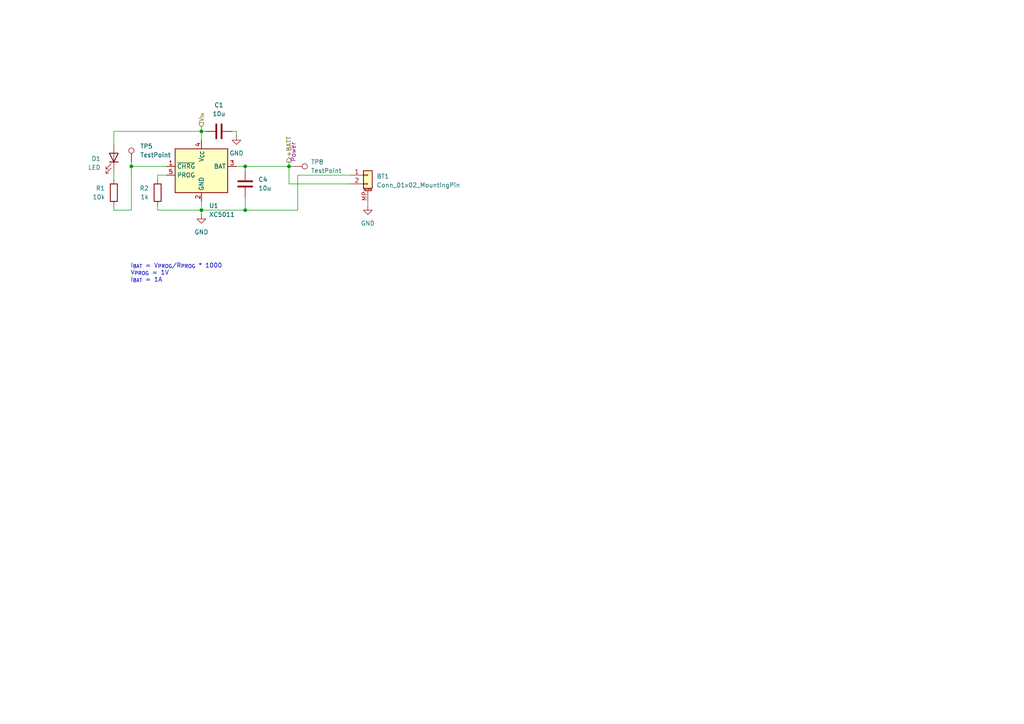
<source format=kicad_sch>
(kicad_sch (version 20240101) (generator "eeschema") (generator_version "8.99")
  (paper "A4")
  (lib_symbols
    (symbol "Battery_Management:LTC4054ES5-4.2"
      (property "Reference" "U" (at -5.842 6.604 0))
      (property "Value" "LTC4054ES5-4.2" (at 1.524 6.604 0))
      (symbol "LTC4054ES5-4.2_0_1"
        (rectangle (start -7.62 5.08) (end 7.62 -7.62) (stroke (width 0.254)) (fill (type background)))
      )
      (symbol "LTC4054ES5-4.2_1_1"
        (pin open_collector line (at -10.16 0 0) (length 2.54) (name "~{CHRG}") (number "1"))
        (pin power_in line (at 0 -10.16 90) (length 2.54) (name "GND") (number "2"))
        (pin power_out line (at 10.16 0 180) (length 2.54) (name "BAT") (number "3"))
        (pin power_in line (at 0 7.62 270) (length 2.54) (name "V_{CC}") (number "4"))
        (pin bidirectional line (at -10.16 -2.54 0) (length 2.54) (name "PROG") (number "5"))
      )
    )
    (symbol "Connector:TestPoint" (pin_numbers hide) (pin_names (offset 0.762) hide)
      (property "Reference" "TP" (at 0 6.858 0))
      (property "Value" "TestPoint" (at 0 5.08 0))
      (symbol "TestPoint_0_1"
        (circle (center 0 3.302) (radius 0.762))
      )
      (symbol "TestPoint_1_1"
        (pin passive line (at 0 0 90) (length 2.54) (name "1") (number "1"))
      )
    )
    (symbol "Connector_Generic_MountingPin:Conn_01x02_MountingPin" (pin_names (offset 1.016) hide)
      (property "Reference" "J" (at 0 2.54 0))
      (property "Value" "Conn_01x02_MountingPin" (at 1.27 -5.08 0))
      (symbol "Conn_01x02_MountingPin_1_1"
        (rectangle (start -1.27 -2.413) (end 0 -2.667) (stroke (width 0.1524)))
        (rectangle (start -1.27 0.127) (end 0 -0.127) (stroke (width 0.1524)))
        (rectangle (start -1.27 1.27) (end 1.27 -3.81) (stroke (width 0.254)) (fill (type background)))
        (polyline (pts (xy -1.016 -4.572) (xy 1.016 -4.572)) (stroke (width 0.1524)))
        (text "Mounting" (at 0 -4.191 0) (effects (font (size 0.381 0.381))))
        (pin passive line (at -5.08 0 0) (length 3.81) (name "Pin_1") (number "1"))
        (pin passive line (at -5.08 -2.54 0) (length 3.81) (name "Pin_2") (number "2"))
        (pin passive line (at 0 -7.62 90) (length 3.048) (name "MountPin") (number "MP"))
      )
    )
    (symbol "Device:C" (pin_numbers hide) (pin_names (offset 0.254))
      (property "Reference" "C" (at 0.635 2.54 0))
      (property "Value" "C" (at 0.635 -2.54 0))
      (symbol "C_0_1"
        (polyline (pts (xy -2.032 -0.762) (xy 2.032 -0.762)) (stroke (width 0.508)))
        (polyline (pts (xy -2.032 0.762) (xy 2.032 0.762)) (stroke (width 0.508)))
      )
      (symbol "C_1_1"
        (pin passive line (at 0 3.81 270) (length 2.794) (name "~") (number "1"))
        (pin passive line (at 0 -3.81 90) (length 2.794) (name "~") (number "2"))
      )
    )
    (symbol "Device:LED" (pin_numbers hide) (pin_names (offset 1.016) hide)
      (property "Reference" "D" (at 0 2.54 0))
      (property "Value" "LED" (at 0 -2.54 0))
      (symbol "LED_0_1"
        (polyline (pts (xy -1.27 -1.27) (xy -1.27 1.27)) (stroke (width 0.254)))
        (polyline (pts (xy -1.27 0) (xy 1.27 0)))
        (polyline (pts (xy 1.27 -1.27) (xy 1.27 1.27) (xy -1.27 0) (xy 1.27 -1.27)) (stroke (width 0.254)))
        (polyline (pts (xy -3.048 -0.762) (xy -4.572 -2.286) (xy -3.81 -2.286) (xy -4.572 -2.286) (xy -4.572 -1.524)))
        (polyline (pts (xy -1.778 -0.762) (xy -3.302 -2.286) (xy -2.54 -2.286) (xy -3.302 -2.286) (xy -3.302 -1.524)))
      )
      (symbol "LED_1_1"
        (pin passive line (at -3.81 0 0) (length 2.54) (name "K") (number "1"))
        (pin passive line (at 3.81 0 180) (length 2.54) (name "A") (number "2"))
      )
    )
    (symbol "Device:R" (pin_numbers hide) (pin_names (offset 0))
      (property "Reference" "R" (at 2.032 0 90))
      (property "Value" "R" (at 0 0 90))
      (symbol "R_0_1"
        (rectangle (start -1.016 -2.54) (end 1.016 2.54) (stroke (width 0.254)))
      )
      (symbol "R_1_1"
        (pin passive line (at 0 3.81 270) (length 1.27) (name "~") (number "1"))
        (pin passive line (at 0 -3.81 90) (length 1.27) (name "~") (number "2"))
      )
    )
    (symbol "power:GND" (power) (pin_numbers hide) (pin_names (offset 0) hide)
      (property "Value" "GND" (at 0 -3.81 0))
      (symbol "GND_0_1"
        (polyline (pts (xy 0 0) (xy 0 -1.27) (xy 1.27 -1.27) (xy 0 -2.54) (xy -1.27 -1.27) (xy 0 -1.27)))
      )
      (symbol "GND_1_1"
        (pin power_in line (at 0 0 270) (length 0) (name "~") (number "1"))
      )
    )
  )
  (junction (at 58.42 60.96))
  (junction (at 71.12 60.96))
  (junction (at 38.1 48.26))
  (junction (at 58.42 38.1))
  (junction (at 71.12 48.26))
  (junction (at 83.82 48.26))
  (wire (pts (xy 71.12 60.96) (xy 58.42 60.96)))
  (wire (pts (xy 68.58 38.1) (xy 68.58 39.37)))
  (wire (pts (xy 86.36 50.8) (xy 86.36 60.96)))
  (wire (pts (xy 45.72 50.8) (xy 45.72 52.07)))
  (wire (pts (xy 38.1 48.26) (xy 48.26 48.26)))
  (wire (pts (xy 58.42 60.96) (xy 58.42 62.23)))
  (wire (pts (xy 58.42 58.42) (xy 58.42 60.96)))
  (wire (pts (xy 33.02 59.69) (xy 33.02 60.96)))
  (wire (pts (xy 33.02 49.53) (xy 33.02 52.07)))
  (wire (pts (xy 45.72 60.96) (xy 45.72 59.69)))
  (wire (pts (xy 86.36 50.8) (xy 101.6 50.8)))
  (wire (pts (xy 38.1 46.99) (xy 38.1 48.26)))
  (wire (pts (xy 67.31 38.1) (xy 68.58 38.1)))
  (wire (pts (xy 71.12 57.15) (xy 71.12 60.96)))
  (wire (pts (xy 58.42 40.64) (xy 58.42 38.1)))
  (wire (pts (xy 58.42 36.83) (xy 58.42 38.1)))
  (wire (pts (xy 71.12 48.26) (xy 83.82 48.26)))
  (wire (pts (xy 83.82 48.26) (xy 83.82 53.34)))
  (wire (pts (xy 38.1 60.96) (xy 38.1 48.26)))
  (wire (pts (xy 58.42 38.1) (xy 33.02 38.1)))
  (wire (pts (xy 33.02 60.96) (xy 38.1 60.96)))
  (wire (pts (xy 48.26 50.8) (xy 45.72 50.8)))
  (wire (pts (xy 71.12 60.96) (xy 86.36 60.96)))
  (wire (pts (xy 101.6 53.34) (xy 83.82 53.34)))
  (wire (pts (xy 58.42 38.1) (xy 59.69 38.1)))
  (wire (pts (xy 83.82 48.26) (xy 85.09 48.26)))
  (wire (pts (xy 58.42 60.96) (xy 45.72 60.96)))
  (wire (pts (xy 68.58 48.26) (xy 71.12 48.26)))
  (wire (pts (xy 106.68 58.42) (xy 106.68 59.69)))
  (wire (pts (xy 83.82 46.99) (xy 83.82 48.26)))
  (wire (pts (xy 33.02 38.1) (xy 33.02 41.91)))
  (wire (pts (xy 71.12 48.26) (xy 71.12 49.53)))
  (text "I_{BAT} = V_{PROG}/R_{PROG} * 1000\nV_{PROG} = 1V\nI_{BAT} = 1A" (at 37.846 76.454 0) (effects (font (size 1.27 1.27)) (justify left top)))
  (hierarchical_label "V_{in}" (shape input) (at 58.42 36.83 90))
  (hierarchical_label "+BATT" (shape output) (at 83.82 46.99 90) (property "Netclass" "Power" (at 85.09 46.99 90) (effects (font (italic yes)) (justify left))))
  (symbol (lib_id "Device:LED") (at 33.02 45.72 270) (mirror x) (unit 1)
    (property "Reference" "D1" (at 29.21 46.0375 90) (effects (justify right)))
    (property "Value" "LED" (at 29.21 48.5775 90) (effects (justify right)))
    (property "Footprint" "LED_SMD:LED_0603_1608Metric" (effects (hide yes)))
    (property "Description" "Light emitting diode" (effects (hide yes)))
    (property "LCSC Part" "C2286" (effects (hide yes)))
  )
  (symbol (lib_id "Connector:TestPoint") (at 85.09 48.26 270) (unit 1) (in_bom no)
    (property "Reference" "TP8" (at 90.17 46.9899 90) (effects (justify left)))
    (property "Value" "TestPoint" (at 90.17 49.5299 90) (effects (justify left)))
    (property "Footprint" "TestPoint:TestPoint_Pad_D1.0mm" (effects (hide yes)))
    (property "Description" "test point" (effects (hide yes)))
    (instances (project "geheimbadge-controller" (path "" (reference "TP8") (unit 1)) (path "" (reference "TP5") (unit 1))))
  )
  (symbol (lib_id "Battery_Management:LTC4054ES5-4.2") (at 58.42 48.26 0) (unit 1)
    (property "Reference" "U1" (at 60.6141 59.69 0) (effects (justify left)))
    (property "Value" "XC5011" (at 60.6141 62.23 0) (effects (justify left)))
    (property "Footprint" "Package_TO_SOT_SMD:TSOT-23-5" (effects (hide yes)))
    (property "Datasheet" "https://www.analog.com/media/en/technical-documentation/data-sheets/405442xf.pdf" (effects (hide yes)))
    (property "Description" "Constant-current/constant-voltage linear charger for single cell lithium-ion batteries with 2.9V Trickle Charge, 4.5V to 6.5V VDD, -40 to +85 degree Celsius, TSOT-23-5" (effects (hide yes)))
    (property "LCSC Part" "C669360" (effects (hide yes)))
    (instances (project "geheimbadge-controller" (path "" (reference "U1") (unit 1)) (path "" (reference "U2") (unit 1))))
  )
  (symbol (lib_id "power:GND") (at 58.42 62.23 0) (unit 1)
    (property "Reference" "#PWR07" (effects (hide yes)))
    (property "Value" "GND" (at 58.42 67.31 0))
    (property "Description" "Power symbol creates a global label with name \"GND\" , ground" (effects (hide yes)))
  )
  (symbol (lib_id "power:GND") (at 68.58 39.37 0) (unit 1)
    (property "Reference" "#PWR09" (effects (hide yes)))
    (property "Value" "GND" (at 68.58 44.45 0))
    (property "Description" "Power symbol creates a global label with name \"GND\" , ground" (effects (hide yes)))
  )
  (symbol (lib_id "Device:R") (at 33.02 55.88 0) (mirror x) (unit 1)
    (property "Reference" "R1" (at 30.48 54.6099 0) (effects (justify right)))
    (property "Value" "10k" (at 30.48 57.1499 0) (effects (justify right)))
    (property "Footprint" "Resistor_SMD:R_0603_1608Metric" (effects (hide yes)))
    (property "Description" "Resistor" (effects (hide yes)))
    (property "LCSC Part" "C25804" (effects (hide yes)))
    (instances (project "geheimbadge-controller" (path "" (reference "R1") (unit 1)) (path "" (reference "R12") (unit 1))))
  )
  (symbol (lib_id "Connector:TestPoint") (at 38.1 46.99 0) (unit 1) (in_bom no)
    (property "Reference" "TP5" (at 40.64 42.4179 0) (effects (justify left)))
    (property "Value" "TestPoint" (at 40.64 44.9579 0) (effects (justify left)))
    (property "Footprint" "TestPoint:TestPoint_Pad_D1.0mm" (effects (hide yes)))
    (property "Description" "test point" (effects (hide yes)))
    (instances (project "geheimbadge-controller" (path "" (reference "TP5") (unit 1)) (path "" (reference "TP6") (unit 1))))
  )
  (symbol (lib_id "Connector_Generic_MountingPin:Conn_01x02_MountingPin") (at 106.68 50.8 0) (unit 1)
    (property "Reference" "BT1" (at 109.22 51.1555 0) (effects (justify left)))
    (property "Value" "Conn_01x02_MountingPin" (at 109.22 53.6955 0) (effects (justify left)))
    (property "Footprint" "Connector_JST:JST_PH_S2B-PH-SM4-TB_1x02-1MP_P2.00mm_Horizontal" (effects (hide yes)))
    (property "Description" "Generic connectable mounting pin connector, single row, 01x02, script generated (kicad-library-utils/schlib/autogen/connector/)" (effects (hide yes)))
    (property "LCSC Part" "C295747" (effects (hide yes)))
  )
  (symbol (lib_id "Device:C") (at 63.5 38.1 270) (unit 1)
    (property "Reference" "C1" (at 63.5 30.48 90))
    (property "Value" "10u" (at 63.5 33.02 90))
    (property "Footprint" "Capacitor_SMD:C_0805_2012Metric" (effects (hide yes)))
    (property "Description" "Unpolarized capacitor" (effects (hide yes)))
    (property "LCSC Part" "C15850" (effects (hide yes)))
    (instances (project "geheimbadge-controller" (path "" (reference "C1") (unit 1)) (path "" (reference "C2") (unit 1))))
  )
  (symbol (lib_id "Device:R") (at 45.72 55.88 0) (mirror x) (unit 1)
    (property "Reference" "R2" (at 43.18 54.61 0) (effects (justify right)))
    (property "Value" "1k" (at 43.18 57.15 0) (effects (justify right)))
    (property "Footprint" "Resistor_SMD:R_0603_1608Metric" (effects (hide yes)))
    (property "Description" "Resistor" (effects (hide yes)))
    (property "LCSC Part" "C21190" (effects (hide yes)))
    (instances (project "geheimbadge-controller" (path "" (reference "R2") (unit 1)) (path "" (reference "R13") (unit 1))))
  )
  (symbol (lib_id "Device:C") (at 71.12 53.34 180) (unit 1)
    (property "Reference" "C4" (at 74.93 52.07 0) (effects (justify right)))
    (property "Value" "10u" (at 74.93 54.61 0) (effects (justify right)))
    (property "Footprint" "Capacitor_SMD:C_0805_2012Metric" (effects (hide yes)))
    (property "Description" "Unpolarized capacitor" (effects (hide yes)))
    (property "LCSC Part" "C15850" (effects (hide yes)))
    (instances (project "geheimbadge-controller" (path "" (reference "C4") (unit 1)) (path "" (reference "C3") (unit 1))))
  )
  (symbol (lib_id "power:GND") (at 106.68 59.69 0) (unit 1)
    (property "Reference" "#PWR031" (effects (hide yes)))
    (property "Value" "GND" (at 106.68 64.77 0))
    (property "Description" "Power symbol creates a global label with name \"GND\" , ground" (effects (hide yes)))
  )
)
</source>
